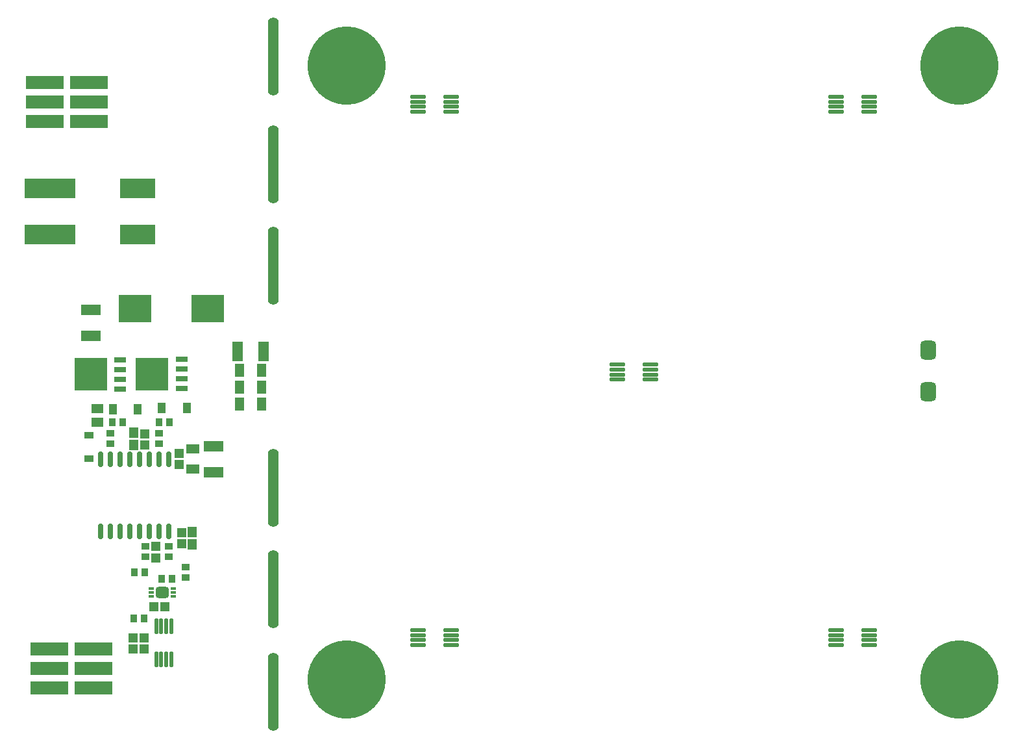
<source format=gts>
G04*
G04 #@! TF.GenerationSoftware,Altium Limited,Altium Designer,23.9.2 (47)*
G04*
G04 Layer_Color=8388736*
%FSLAX25Y25*%
%MOIN*%
G70*
G04*
G04 #@! TF.SameCoordinates,C371DFDB-9961-426A-A2C8-C1DE3340BBDC*
G04*
G04*
G04 #@! TF.FilePolarity,Negative*
G04*
G01*
G75*
%ADD42R,0.16929X0.17126*%
%ADD43R,0.06102X0.02559*%
%ADD44R,0.04134X0.03543*%
%ADD45O,0.08268X0.02165*%
G04:AMPARAMS|DCode=46|XSize=83.2mil|YSize=98.55mil|CornerRadius=22.8mil|HoleSize=0mil|Usage=FLASHONLY|Rotation=0.000|XOffset=0mil|YOffset=0mil|HoleType=Round|Shape=RoundedRectangle|*
%AMROUNDEDRECTD46*
21,1,0.08320,0.05295,0,0,0.0*
21,1,0.03760,0.09855,0,0,0.0*
1,1,0.04560,0.01880,-0.02648*
1,1,0.04560,-0.01880,-0.02648*
1,1,0.04560,-0.01880,0.02648*
1,1,0.04560,0.01880,0.02648*
%
%ADD46ROUNDEDRECTD46*%
G04:AMPARAMS|DCode=47|XSize=78.74mil|YSize=27.56mil|CornerRadius=11.42mil|HoleSize=0mil|Usage=FLASHONLY|Rotation=90.000|XOffset=0mil|YOffset=0mil|HoleType=Round|Shape=RoundedRectangle|*
%AMROUNDEDRECTD47*
21,1,0.07874,0.00472,0,0,90.0*
21,1,0.05591,0.02756,0,0,90.0*
1,1,0.02284,0.00236,0.02795*
1,1,0.02284,0.00236,-0.02795*
1,1,0.02284,-0.00236,-0.02795*
1,1,0.02284,-0.00236,0.02795*
%
%ADD47ROUNDEDRECTD47*%
%ADD48R,0.06102X0.04921*%
%ADD49R,0.03543X0.04134*%
%ADD50R,0.16535X0.14173*%
%ADD51R,0.03976X0.05197*%
%ADD52O,0.02165X0.08268*%
%ADD53R,0.19501X0.06800*%
%ADD54R,0.10236X0.05315*%
%ADD55R,0.05315X0.10236*%
%ADD56R,0.05118X0.03740*%
%ADD57R,0.04528X0.06693*%
%ADD58R,0.07111X0.04743*%
G04:AMPARAMS|DCode=59|XSize=57.09mil|YSize=68.9mil|CornerRadius=15.26mil|HoleSize=0mil|Usage=FLASHONLY|Rotation=90.000|XOffset=0mil|YOffset=0mil|HoleType=Round|Shape=RoundedRectangle|*
%AMROUNDEDRECTD59*
21,1,0.05709,0.03839,0,0,90.0*
21,1,0.02657,0.06890,0,0,90.0*
1,1,0.03051,0.01919,0.01329*
1,1,0.03051,0.01919,-0.01329*
1,1,0.03051,-0.01919,-0.01329*
1,1,0.03051,-0.01919,0.01329*
%
%ADD59ROUNDEDRECTD59*%
%ADD60R,0.03150X0.01378*%
%ADD61R,0.04934X0.04540*%
%ADD62R,0.04540X0.04934*%
%ADD63R,0.25984X0.09843*%
%ADD64R,0.18110X0.09843*%
%ADD65R,0.04575X0.05345*%
%ADD66O,0.05524X0.40170*%
%ADD67C,0.40170*%
D42*
X67520Y196201D02*
D03*
X36024Y196043D02*
D03*
D43*
X82677Y203701D02*
D03*
Y198701D02*
D03*
Y193701D02*
D03*
Y188701D02*
D03*
X51181Y203543D02*
D03*
Y198543D02*
D03*
Y193543D02*
D03*
Y188543D02*
D03*
D44*
X84646Y97146D02*
D03*
Y91831D02*
D03*
X46161Y160531D02*
D03*
Y165847D02*
D03*
X71063Y160531D02*
D03*
Y165847D02*
D03*
X64075Y102362D02*
D03*
Y107677D02*
D03*
X76083Y102657D02*
D03*
Y107972D02*
D03*
D45*
X435630Y57185D02*
D03*
Y59744D02*
D03*
Y62303D02*
D03*
Y64862D02*
D03*
X418701Y57185D02*
D03*
Y59744D02*
D03*
Y62303D02*
D03*
Y64862D02*
D03*
X221063Y57185D02*
D03*
Y59744D02*
D03*
Y62303D02*
D03*
Y64862D02*
D03*
X204134Y57185D02*
D03*
Y59744D02*
D03*
Y62303D02*
D03*
Y64862D02*
D03*
X435630Y330807D02*
D03*
Y333366D02*
D03*
Y335925D02*
D03*
Y338484D02*
D03*
X418701Y330807D02*
D03*
Y333366D02*
D03*
Y335925D02*
D03*
Y338484D02*
D03*
X221063Y330807D02*
D03*
Y333366D02*
D03*
Y335925D02*
D03*
Y338484D02*
D03*
X204134Y330807D02*
D03*
Y333366D02*
D03*
Y335925D02*
D03*
Y338484D02*
D03*
X323425Y193405D02*
D03*
Y195965D02*
D03*
Y198524D02*
D03*
Y201083D02*
D03*
X306496Y193405D02*
D03*
Y195965D02*
D03*
Y198524D02*
D03*
Y201083D02*
D03*
D46*
X466142Y187008D02*
D03*
Y208661D02*
D03*
D47*
X76043Y152559D02*
D03*
X71043D02*
D03*
X66043D02*
D03*
X61043D02*
D03*
X56043D02*
D03*
X51043D02*
D03*
X46043D02*
D03*
X41122D02*
D03*
X76122Y115551D02*
D03*
X71122D02*
D03*
X66122D02*
D03*
X61122D02*
D03*
X56122D02*
D03*
X51122D02*
D03*
X46122D02*
D03*
X41122D02*
D03*
D48*
X39370Y178347D02*
D03*
Y171457D02*
D03*
D49*
X72539Y91142D02*
D03*
X77854D02*
D03*
X76575Y171653D02*
D03*
X71260D02*
D03*
X52559Y171457D02*
D03*
X47244D02*
D03*
X58563Y94627D02*
D03*
X63878D02*
D03*
X63386Y70956D02*
D03*
X58071D02*
D03*
D50*
X96063Y229921D02*
D03*
X58661D02*
D03*
D51*
X85472Y178740D02*
D03*
X72598D02*
D03*
X60216Y178150D02*
D03*
X47343D02*
D03*
D52*
X77362Y66921D02*
D03*
X74803D02*
D03*
X72244D02*
D03*
X69685D02*
D03*
X77362Y49991D02*
D03*
X74803D02*
D03*
X72244D02*
D03*
X69685D02*
D03*
D53*
X37598Y55070D02*
D03*
Y45070D02*
D03*
Y35070D02*
D03*
X14764Y55070D02*
D03*
Y45070D02*
D03*
Y35070D02*
D03*
X35236Y345787D02*
D03*
Y335787D02*
D03*
Y325787D02*
D03*
X12402Y345787D02*
D03*
Y335787D02*
D03*
Y325787D02*
D03*
D54*
X36220Y229134D02*
D03*
Y215748D02*
D03*
X99213Y159055D02*
D03*
Y145669D02*
D03*
D55*
X111417Y207874D02*
D03*
X124803D02*
D03*
D56*
X35236Y164715D02*
D03*
Y152707D02*
D03*
D57*
X112303Y180709D02*
D03*
X123917D02*
D03*
X112303Y189370D02*
D03*
X123917D02*
D03*
X112303Y198031D02*
D03*
X123917D02*
D03*
D58*
X88583Y157877D02*
D03*
Y147635D02*
D03*
D59*
X72736Y84047D02*
D03*
D60*
X67126Y86015D02*
D03*
Y84047D02*
D03*
Y82078D02*
D03*
X78347Y84047D02*
D03*
Y86015D02*
D03*
Y82078D02*
D03*
D61*
X57677Y55208D02*
D03*
Y60917D02*
D03*
X82776Y114961D02*
D03*
Y109252D02*
D03*
X63779Y159744D02*
D03*
Y165453D02*
D03*
X63386Y60917D02*
D03*
Y55208D02*
D03*
X69587Y101969D02*
D03*
Y107677D02*
D03*
X81496Y155610D02*
D03*
Y149902D02*
D03*
D62*
X74213Y76870D02*
D03*
X68504D02*
D03*
D63*
X14959Y291339D02*
D03*
Y267717D02*
D03*
D64*
X60234Y291339D02*
D03*
Y267717D02*
D03*
D65*
X88287Y115264D02*
D03*
Y108948D02*
D03*
X58071Y159843D02*
D03*
Y166159D02*
D03*
D66*
X129921Y33071D02*
D03*
Y85827D02*
D03*
Y137795D02*
D03*
Y251969D02*
D03*
Y303937D02*
D03*
Y359055D02*
D03*
D67*
X482283Y354331D02*
D03*
X167323Y354331D02*
D03*
Y39370D02*
D03*
X482283D02*
D03*
M02*

</source>
